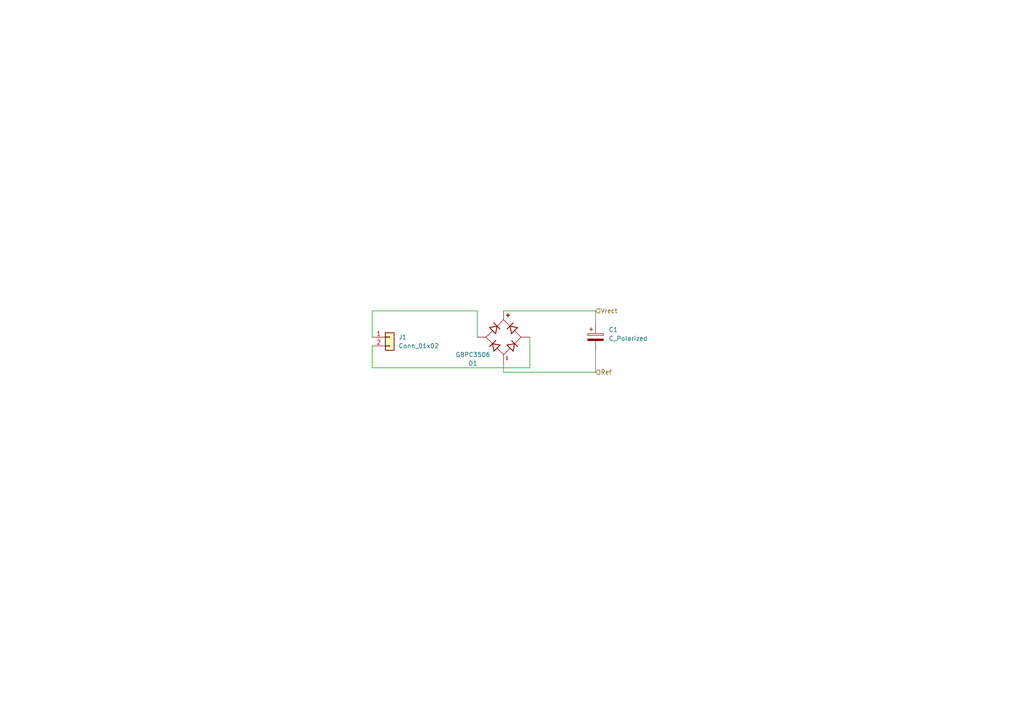
<source format=kicad_sch>
(kicad_sch (version 20211123) (generator eeschema)
  (paper "A4")
  (lib_symbols
    (symbol "Connector_Generic:Conn_01x02" (pin_names (offset 1.016) hide)
      (property "Reference" "J" (at 0 2.54 0))
      (property "Value" "Conn_01x02" (at 0 -5.08 0))
      (symbol "Conn_01x02_1_1"
        (rectangle (start -1.27 -2.413) (end 0 -2.667) (stroke (width 0.1524)))
        (rectangle (start -1.27 0.127) (end 0 -0.127) (stroke (width 0.1524)))
        (rectangle (start -1.27 1.27) (end 1.27 -3.81) (stroke (width 0.254)) (fill (type background)))
        (pin passive line (at -5.08 0 0) (length 3.81) (name "Pin_1") (number "1"))
        (pin passive line (at -5.08 -2.54 0) (length 3.81) (name "Pin_2") (number "2"))
      )
    )
    (symbol "Device:C_Polarized" (pin_numbers hide) (pin_names (offset 0.254))
      (property "Reference" "C" (at 0.635 2.54 0))
      (property "Value" "C_Polarized" (at 0.635 -2.54 0))
      (symbol "C_Polarized_0_1"
        (rectangle (start -2.286 0.508) (end 2.286 1.016))
        (polyline (pts (xy -1.778 2.286) (xy -0.762 2.286)))
        (polyline (pts (xy -1.27 2.794) (xy -1.27 1.778)))
        (rectangle (start 2.286 -0.508) (end -2.286 -1.016) (fill (type outline)))
      )
      (symbol "C_Polarized_1_1"
        (pin passive line (at 0 3.81 270) (length 2.794) (name "~") (number "1"))
        (pin passive line (at 0 -3.81 90) (length 2.794) (name "~") (number "2"))
      )
    )
    (symbol "LibreriasProyecto:GBPC3506" (pin_numbers hide) (pin_names (offset 1.016) hide)
      (property "Reference" "D" (at 5.08 5.08 0))
      (property "Value" "GBPC3506" (at 5.08 -7.62 0))
      (symbol "GBPC3506_0_0"
        (polyline (pts (xy -6.858 1.27) (xy -5.842 1.27)) (stroke (width 0.254)))
        (polyline (pts (xy -6.35 0.762) (xy -6.35 1.778)) (stroke (width 0.254)))
        (polyline (pts (xy -5.08 0) (xy -3.175 -1.905)) (stroke (width 0.1524)))
        (polyline (pts (xy -3.175 -1.905) (xy -2.794 -4.064)) (stroke (width 0.254)))
        (polyline (pts (xy -3.175 -1.905) (xy -1.016 -2.286)) (stroke (width 0.254)))
        (polyline (pts (xy -3.175 1.905) (xy -5.08 0)) (stroke (width 0.1524)))
        (polyline (pts (xy -3.175 1.905) (xy -2.794 4.064)) (stroke (width 0.254)))
        (polyline (pts (xy -3.175 1.905) (xy -1.016 2.286)) (stroke (width 0.254)))
        (polyline (pts (xy -2.3622 -1.0668) (xy -4.1402 -2.8448)) (stroke (width 0.254)))
        (polyline (pts (xy -2.3622 1.016) (xy -4.1402 2.794)) (stroke (width 0.254)))
        (polyline (pts (xy -1.016 -2.286) (xy -2.794 -4.064)) (stroke (width 0.254)))
        (polyline (pts (xy -1.016 2.286) (xy -2.794 4.064)) (stroke (width 0.254)))
        (polyline (pts (xy 0 -5.08) (xy -1.8034 -3.2766)) (stroke (width 0.1524)))
        (polyline (pts (xy 0 -5.08) (xy 1.905 -3.175)) (stroke (width 0.1524)))
        (polyline (pts (xy 0 5.08) (xy -1.8034 3.2766)) (stroke (width 0.1524)))
        (polyline (pts (xy 1.905 -3.175) (xy 2.286 -1.016)) (stroke (width 0.254)))
        (polyline (pts (xy 1.905 -3.175) (xy 4.064 -2.794)) (stroke (width 0.254)))
        (polyline (pts (xy 1.905 3.175) (xy 0 5.08)) (stroke (width 0.1524)))
        (polyline (pts (xy 1.905 3.175) (xy 2.286 1.016)) (stroke (width 0.254)))
        (polyline (pts (xy 1.905 3.175) (xy 4.064 2.794)) (stroke (width 0.254)))
        (polyline (pts (xy 2.7178 -4.0386) (xy 0.9398 -2.2606)) (stroke (width 0.254)))
        (polyline (pts (xy 2.7178 4.0386) (xy 1.0668 2.3876)) (stroke (width 0.254)))
        (polyline (pts (xy 3.2766 -1.8034) (xy 5.08 0)) (stroke (width 0.1524)))
        (polyline (pts (xy 4.064 -2.794) (xy 2.286 -1.016)) (stroke (width 0.254)))
        (polyline (pts (xy 4.064 2.794) (xy 2.286 1.016)) (stroke (width 0.254)))
        (polyline (pts (xy 5.08 0) (xy 3.2766 1.8034)) (stroke (width 0.1524)))
        (polyline (pts (xy 5.588 1.016) (xy 6.604 1.016)) (stroke (width 0.254)))
        (pin passive line (at 0 7.62 270) (length 2.54) (name "~") (number "AC1"))
        (pin passive line (at 0 -7.62 90) (length 2.54) (name "~") (number "AC2"))
        (pin passive line (at 7.62 0 180) (length 2.54) (name "~") (number "N"))
        (pin passive line (at -7.62 0 0) (length 2.54) (name "~") (number "P"))
      )
    )
  )
  (wire (pts (xy 146.05 90.17) (xy 172.72 90.17)))
  (wire (pts (xy 146.05 105.41) (xy 146.05 107.95)))
  (wire (pts (xy 107.95 106.68) (xy 153.67 106.68)))
  (wire (pts (xy 107.95 100.33) (xy 107.95 106.68)))
  (wire (pts (xy 138.43 90.17) (xy 138.43 97.79)))
  (wire (pts (xy 172.72 90.17) (xy 172.72 93.98)))
  (wire (pts (xy 107.95 97.79) (xy 107.95 90.17)))
  (wire (pts (xy 153.67 106.68) (xy 153.67 97.79)))
  (wire (pts (xy 146.05 107.95) (xy 172.72 107.95)))
  (wire (pts (xy 172.72 107.95) (xy 172.72 101.6)))
  (wire (pts (xy 107.95 90.17) (xy 138.43 90.17)))
  (hierarchical_label "Vrect" (shape input) (at 172.72 90.17 0))
  (hierarchical_label "Ref" (shape input) (at 172.72 107.95 0))
  (symbol (lib_id "Connector_Generic:Conn_01x02") (at 113.03 97.79 0) (unit 1)
    (property "Reference" "J1" (at 115.57 97.7899 0) (effects (justify left)))
    (property "Value" "Conn_01x02" (at 115.57 100.3299 0) (effects (justify left)))
  )
  (symbol (lib_id "LibreriasProyecto:GBPC3506") (at 146.05 97.79 270) (unit 1)
    (property "Reference" "D1" (at 137.16 105.41 90))
    (property "Value" "GBPC3506" (at 137.16 102.87 90))
    (property "Footprint" "DIOB_GBPC3506" (effects hide))
    (property "MAXIMUM_PACKAGE_HEIGHT" "11.23 mm" (effects hide))
    (property "STANDARD" "Manufacturer Recommendations" (effects hide))
    (property "PARTREV" "L2103" (effects hide))
    (property "MANUFACTURER" "Taiwan Semiconductor" (effects hide))
  )
  (symbol (lib_id "Device:C_Polarized") (at 172.72 97.79 0) (unit 1)
    (property "Reference" "C1" (at 176.53 95.6309 0) (effects (justify left)))
    (property "Value" "C_Polarized" (at 176.53 98.1709 0) (effects (justify left)))
  )
)
</source>
